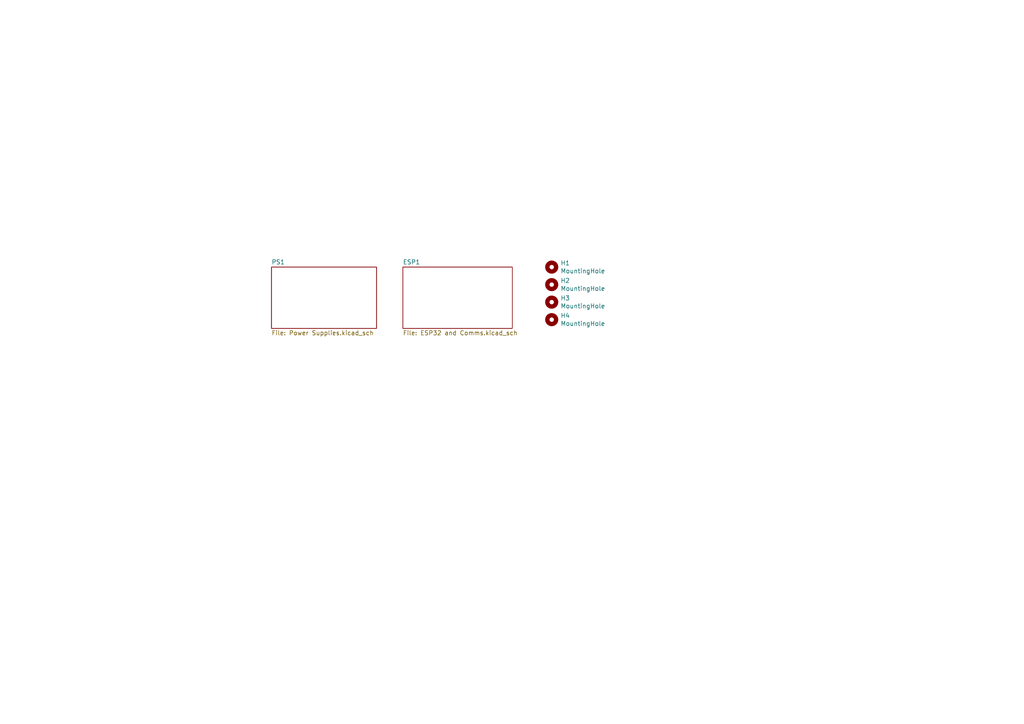
<source format=kicad_sch>
(kicad_sch (version 20211123) (generator eeschema)

  (uuid 12422a89-3d0c-485c-9386-f77121fd68fd)

  (paper "A4")

  (lib_symbols
    (symbol "Mechanical:MountingHole" (pin_names (offset 1.016)) (in_bom yes) (on_board yes)
      (property "Reference" "H" (id 0) (at 0 5.08 0)
        (effects (font (size 1.27 1.27)))
      )
      (property "Value" "MountingHole" (id 1) (at 0 3.175 0)
        (effects (font (size 1.27 1.27)))
      )
      (property "Footprint" "" (id 2) (at 0 0 0)
        (effects (font (size 1.27 1.27)) hide)
      )
      (property "Datasheet" "~" (id 3) (at 0 0 0)
        (effects (font (size 1.27 1.27)) hide)
      )
      (property "ki_keywords" "mounting hole" (id 4) (at 0 0 0)
        (effects (font (size 1.27 1.27)) hide)
      )
      (property "ki_description" "Mounting Hole without connection" (id 5) (at 0 0 0)
        (effects (font (size 1.27 1.27)) hide)
      )
      (property "ki_fp_filters" "MountingHole*" (id 6) (at 0 0 0)
        (effects (font (size 1.27 1.27)) hide)
      )
      (symbol "MountingHole_0_1"
        (circle (center 0 0) (radius 1.27)
          (stroke (width 1.27) (type default) (color 0 0 0 0))
          (fill (type none))
        )
      )
    )
  )


  (symbol (lib_id "Mechanical:MountingHole") (at 160.02 82.55 0) (unit 1)
    (in_bom yes) (on_board yes)
    (uuid 00000000-0000-0000-0000-00005f47a700)
    (property "Reference" "H2" (id 0) (at 162.56 81.3816 0)
      (effects (font (size 1.27 1.27)) (justify left))
    )
    (property "Value" "MountingHole" (id 1) (at 162.56 83.693 0)
      (effects (font (size 1.27 1.27)) (justify left))
    )
    (property "Footprint" "MountingHole:MountingHole_3.2mm_M3_Pad_Via" (id 2) (at 160.02 82.55 0)
      (effects (font (size 1.27 1.27)) hide)
    )
    (property "Datasheet" "~" (id 3) (at 160.02 82.55 0)
      (effects (font (size 1.27 1.27)) hide)
    )
  )

  (symbol (lib_id "Mechanical:MountingHole") (at 160.02 87.63 0) (unit 1)
    (in_bom yes) (on_board yes)
    (uuid 00000000-0000-0000-0000-00005f47afc5)
    (property "Reference" "H3" (id 0) (at 162.56 86.4616 0)
      (effects (font (size 1.27 1.27)) (justify left))
    )
    (property "Value" "MountingHole" (id 1) (at 162.56 88.773 0)
      (effects (font (size 1.27 1.27)) (justify left))
    )
    (property "Footprint" "MountingHole:MountingHole_3.2mm_M3_Pad_Via" (id 2) (at 160.02 87.63 0)
      (effects (font (size 1.27 1.27)) hide)
    )
    (property "Datasheet" "~" (id 3) (at 160.02 87.63 0)
      (effects (font (size 1.27 1.27)) hide)
    )
  )

  (symbol (lib_id "Mechanical:MountingHole") (at 160.02 92.71 0) (unit 1)
    (in_bom yes) (on_board yes)
    (uuid 00000000-0000-0000-0000-00005f47b160)
    (property "Reference" "H4" (id 0) (at 162.56 91.5416 0)
      (effects (font (size 1.27 1.27)) (justify left))
    )
    (property "Value" "MountingHole" (id 1) (at 162.56 93.853 0)
      (effects (font (size 1.27 1.27)) (justify left))
    )
    (property "Footprint" "MountingHole:MountingHole_3.2mm_M3_Pad_Via" (id 2) (at 160.02 92.71 0)
      (effects (font (size 1.27 1.27)) hide)
    )
    (property "Datasheet" "~" (id 3) (at 160.02 92.71 0)
      (effects (font (size 1.27 1.27)) hide)
    )
  )

  (symbol (lib_id "Mechanical:MountingHole") (at 160.02 77.47 0) (unit 1)
    (in_bom yes) (on_board yes)
    (uuid 00000000-0000-0000-0000-00005f48ff57)
    (property "Reference" "H1" (id 0) (at 162.56 76.3016 0)
      (effects (font (size 1.27 1.27)) (justify left))
    )
    (property "Value" "MountingHole" (id 1) (at 162.56 78.613 0)
      (effects (font (size 1.27 1.27)) (justify left))
    )
    (property "Footprint" "MountingHole:MountingHole_3.2mm_M3_Pad_Via" (id 2) (at 160.02 77.47 0)
      (effects (font (size 1.27 1.27)) hide)
    )
    (property "Datasheet" "~" (id 3) (at 160.02 77.47 0)
      (effects (font (size 1.27 1.27)) hide)
    )
  )

  (sheet (at 78.74 77.47) (size 30.48 17.78) (fields_autoplaced)
    (stroke (width 0) (type solid) (color 0 0 0 0))
    (fill (color 0 0 0 0.0000))
    (uuid 00000000-0000-0000-0000-00005f514f01)
    (property "Sheet name" "PS1" (id 0) (at 78.74 76.7584 0)
      (effects (font (size 1.27 1.27)) (justify left bottom))
    )
    (property "Sheet file" "Power Supplies.kicad_sch" (id 1) (at 78.74 95.8346 0)
      (effects (font (size 1.27 1.27)) (justify left top))
    )
  )

  (sheet (at 116.84 77.47) (size 31.75 17.78) (fields_autoplaced)
    (stroke (width 0) (type solid) (color 0 0 0 0))
    (fill (color 0 0 0 0.0000))
    (uuid 00000000-0000-0000-0000-00005f5150ca)
    (property "Sheet name" "ESP1" (id 0) (at 116.84 76.7584 0)
      (effects (font (size 1.27 1.27)) (justify left bottom))
    )
    (property "Sheet file" "ESP32 and Comms.kicad_sch" (id 1) (at 116.84 95.8346 0)
      (effects (font (size 1.27 1.27)) (justify left top))
    )
  )

  (sheet_instances
    (path "/" (page "1"))
    (path "/00000000-0000-0000-0000-00005f514f01" (page "2"))
    (path "/00000000-0000-0000-0000-00005f5150ca" (page "3"))
  )

  (symbol_instances
    (path "/00000000-0000-0000-0000-00005f514f01/00000000-0000-0000-0000-00005f44e4f7"
      (reference "#PWR01") (unit 1) (value "+9V") (footprint "")
    )
    (path "/00000000-0000-0000-0000-00005f5150ca/00000000-0000-0000-0000-00005fc250af"
      (reference "#PWR02") (unit 1) (value "GND") (footprint "")
    )
    (path "/00000000-0000-0000-0000-00005f514f01/00000000-0000-0000-0000-00005f44dd24"
      (reference "#PWR03") (unit 1) (value "GND") (footprint "")
    )
    (path "/00000000-0000-0000-0000-00005f5150ca/00000000-0000-0000-0000-00005fbb8031"
      (reference "#PWR04") (unit 1) (value "+3.3V") (footprint "")
    )
    (path "/00000000-0000-0000-0000-00005f5150ca/00000000-0000-0000-0000-00005fbe2c6d"
      (reference "#PWR05") (unit 1) (value "GND") (footprint "")
    )
    (path "/00000000-0000-0000-0000-00005f5150ca/00000000-0000-0000-0000-00005f4502aa"
      (reference "#PWR06") (unit 1) (value "GND") (footprint "")
    )
    (path "/00000000-0000-0000-0000-00005f5150ca/00000000-0000-0000-0000-00005fbb88b8"
      (reference "#PWR07") (unit 1) (value "+3.3V") (footprint "")
    )
    (path "/00000000-0000-0000-0000-00005f5150ca/00000000-0000-0000-0000-00005fbe3986"
      (reference "#PWR08") (unit 1) (value "GND") (footprint "")
    )
    (path "/00000000-0000-0000-0000-00005f514f01/00000000-0000-0000-0000-00005f6d8223"
      (reference "#PWR09") (unit 1) (value "+9V") (footprint "")
    )
    (path "/00000000-0000-0000-0000-00005f5150ca/00000000-0000-0000-0000-00005fc25908"
      (reference "#PWR010") (unit 1) (value "GND") (footprint "")
    )
    (path "/00000000-0000-0000-0000-00005f5150ca/00000000-0000-0000-0000-00005f8451bc"
      (reference "#PWR011") (unit 1) (value "GND") (footprint "")
    )
    (path "/00000000-0000-0000-0000-00005f5150ca/00000000-0000-0000-0000-00005f744ae7"
      (reference "#PWR012") (unit 1) (value "GND") (footprint "")
    )
    (path "/00000000-0000-0000-0000-00005f5150ca/00000000-0000-0000-0000-00005f5fee24"
      (reference "#PWR013") (unit 1) (value "+3.3V") (footprint "")
    )
    (path "/00000000-0000-0000-0000-00005f5150ca/00000000-0000-0000-0000-00005f705789"
      (reference "#PWR014") (unit 1) (value "GND") (footprint "")
    )
    (path "/00000000-0000-0000-0000-00005f5150ca/00000000-0000-0000-0000-00005f44d27d"
      (reference "#PWR015") (unit 1) (value "+3.3V") (footprint "")
    )
    (path "/00000000-0000-0000-0000-00005f5150ca/00000000-0000-0000-0000-00005f47002f"
      (reference "#PWR016") (unit 1) (value "+3.3V") (footprint "")
    )
    (path "/00000000-0000-0000-0000-00005f5150ca/00000000-0000-0000-0000-00005f474a88"
      (reference "#PWR017") (unit 1) (value "+3.3V") (footprint "")
    )
    (path "/00000000-0000-0000-0000-00005f5150ca/00000000-0000-0000-0000-00005f44db4c"
      (reference "#PWR018") (unit 1) (value "GND") (footprint "")
    )
    (path "/00000000-0000-0000-0000-00005f5150ca/00000000-0000-0000-0000-00005f470035"
      (reference "#PWR019") (unit 1) (value "GND") (footprint "")
    )
    (path "/00000000-0000-0000-0000-00005f5150ca/00000000-0000-0000-0000-00005f474a8e"
      (reference "#PWR020") (unit 1) (value "GND") (footprint "")
    )
    (path "/00000000-0000-0000-0000-00005f5150ca/00000000-0000-0000-0000-00005f4a26e5"
      (reference "#PWR021") (unit 1) (value "+3.3V") (footprint "")
    )
    (path "/00000000-0000-0000-0000-00005f5150ca/00000000-0000-0000-0000-00005f4a9b33"
      (reference "#PWR022") (unit 1) (value "+3.3V") (footprint "")
    )
    (path "/00000000-0000-0000-0000-00005f5150ca/00000000-0000-0000-0000-00005f4b2245"
      (reference "#PWR023") (unit 1) (value "+3.3V") (footprint "")
    )
    (path "/00000000-0000-0000-0000-00005f5150ca/00000000-0000-0000-0000-00005f4a26eb"
      (reference "#PWR024") (unit 1) (value "GND") (footprint "")
    )
    (path "/00000000-0000-0000-0000-00005f5150ca/00000000-0000-0000-0000-00005f4a9b39"
      (reference "#PWR025") (unit 1) (value "GND") (footprint "")
    )
    (path "/00000000-0000-0000-0000-00005f5150ca/00000000-0000-0000-0000-00005f4b224b"
      (reference "#PWR026") (unit 1) (value "GND") (footprint "")
    )
    (path "/00000000-0000-0000-0000-00005f514f01/00000000-0000-0000-0000-00005ff7941f"
      (reference "#PWR027") (unit 1) (value "GND") (footprint "")
    )
    (path "/00000000-0000-0000-0000-00005f514f01/00000000-0000-0000-0000-00005ff79160"
      (reference "#PWR028") (unit 1) (value "GND") (footprint "")
    )
    (path "/00000000-0000-0000-0000-00005f5150ca/00000000-0000-0000-0000-00005f9b90c6"
      (reference "#PWR029") (unit 1) (value "+5V") (footprint "")
    )
    (path "/00000000-0000-0000-0000-00005f514f01/00000000-0000-0000-0000-00005f762e45"
      (reference "#PWR030") (unit 1) (value "GND") (footprint "")
    )
    (path "/00000000-0000-0000-0000-00005f514f01/00000000-0000-0000-0000-00005f7636df"
      (reference "#PWR031") (unit 1) (value "GND") (footprint "")
    )
    (path "/00000000-0000-0000-0000-00005f514f01/00000000-0000-0000-0000-00005f6d9738"
      (reference "#PWR032") (unit 1) (value "GND") (footprint "")
    )
    (path "/00000000-0000-0000-0000-00005f514f01/00000000-0000-0000-0000-00005f6d90a5"
      (reference "#PWR033") (unit 1) (value "GND") (footprint "")
    )
    (path "/00000000-0000-0000-0000-00005f514f01/00000000-0000-0000-0000-00005f9326a0"
      (reference "#PWR034") (unit 1) (value "GND") (footprint "")
    )
    (path "/00000000-0000-0000-0000-00005f514f01/00000000-0000-0000-0000-00005f8ae2c8"
      (reference "#PWR035") (unit 1) (value "GND") (footprint "")
    )
    (path "/00000000-0000-0000-0000-00005f514f01/00000000-0000-0000-0000-00005f94bce1"
      (reference "#PWR036") (unit 1) (value "GND") (footprint "")
    )
    (path "/00000000-0000-0000-0000-00005f514f01/00000000-0000-0000-0000-00005f8ae83d"
      (reference "#PWR037") (unit 1) (value "GND") (footprint "")
    )
    (path "/00000000-0000-0000-0000-00005f514f01/00000000-0000-0000-0000-00005f9b7eb1"
      (reference "#PWR038") (unit 1) (value "+5V") (footprint "")
    )
    (path "/00000000-0000-0000-0000-00005f514f01/00000000-0000-0000-0000-00005f965535"
      (reference "#PWR039") (unit 1) (value "GND") (footprint "")
    )
    (path "/00000000-0000-0000-0000-00005f514f01/00000000-0000-0000-0000-00005f8aed34"
      (reference "#PWR041") (unit 1) (value "GND") (footprint "")
    )
    (path "/00000000-0000-0000-0000-00005f514f01/00000000-0000-0000-0000-00005fff838d"
      (reference "#PWR042") (unit 1) (value "GND") (footprint "")
    )
    (path "/00000000-0000-0000-0000-00005f5150ca/00000000-0000-0000-0000-00006017b5ce"
      (reference "#PWR0101") (unit 1) (value "+5V") (footprint "")
    )
    (path "/00000000-0000-0000-0000-00005f5150ca/00000000-0000-0000-0000-00006017c10b"
      (reference "#PWR0102") (unit 1) (value "+5V") (footprint "")
    )
    (path "/00000000-0000-0000-0000-00005f5150ca/00000000-0000-0000-0000-00006019af21"
      (reference "#PWR0103") (unit 1) (value "+5V") (footprint "")
    )
    (path "/00000000-0000-0000-0000-00005f5150ca/00000000-0000-0000-0000-0000601b9dc3"
      (reference "#PWR0104") (unit 1) (value "+5V") (footprint "")
    )
    (path "/00000000-0000-0000-0000-00005f5150ca/00000000-0000-0000-0000-0000601d8fba"
      (reference "#PWR0105") (unit 1) (value "+5V") (footprint "")
    )
    (path "/00000000-0000-0000-0000-00005f5150ca/00000000-0000-0000-0000-0000601f810c"
      (reference "#PWR0106") (unit 1) (value "+5V") (footprint "")
    )
    (path "/00000000-0000-0000-0000-00005f514f01/00000000-0000-0000-0000-00006027c944"
      (reference "#PWR0107") (unit 1) (value "+3.3V") (footprint "")
    )
    (path "/00000000-0000-0000-0000-00005f514f01/00000000-0000-0000-0000-00006031be51"
      (reference "#PWR0108") (unit 1) (value "GND") (footprint "")
    )
    (path "/00000000-0000-0000-0000-00005f514f01/00000000-0000-0000-0000-00006031c4e4"
      (reference "#PWR0109") (unit 1) (value "GND") (footprint "")
    )
    (path "/00000000-0000-0000-0000-00005f5150ca/00000000-0000-0000-0000-00005f74f937"
      (reference "#PWR0110") (unit 1) (value "+5V") (footprint "")
    )
    (path "/00000000-0000-0000-0000-00005f5150ca/00000000-0000-0000-0000-00005f74fe5c"
      (reference "#PWR0111") (unit 1) (value "GND") (footprint "")
    )
    (path "/00000000-0000-0000-0000-00005f5150ca/00000000-0000-0000-0000-00005f77a754"
      (reference "#PWR0112") (unit 1) (value "+3.3V") (footprint "")
    )
    (path "/00000000-0000-0000-0000-00005f5150ca/00000000-0000-0000-0000-00005f77af0a"
      (reference "#PWR0113") (unit 1) (value "+3.3V") (footprint "")
    )
    (path "/00000000-0000-0000-0000-00005f5150ca/00000000-0000-0000-0000-00005fa09fa9"
      (reference "#PWR0114") (unit 1) (value "GND") (footprint "")
    )
    (path "/00000000-0000-0000-0000-00005f5150ca/00000000-0000-0000-0000-00005fa0a285"
      (reference "#PWR0115") (unit 1) (value "+3.3V") (footprint "")
    )
    (path "/00000000-0000-0000-0000-00005f5150ca/00000000-0000-0000-0000-00005fa0aa8f"
      (reference "#PWR0116") (unit 1) (value "+5V") (footprint "")
    )
    (path "/00000000-0000-0000-0000-00005f5150ca/00000000-0000-0000-0000-00005fa6b731"
      (reference "#PWR0117") (unit 1) (value "+3.3V") (footprint "")
    )
    (path "/00000000-0000-0000-0000-00005f5150ca/00000000-0000-0000-0000-00005f7018cc"
      (reference "#PWR0118") (unit 1) (value "+3.3V") (footprint "")
    )
    (path "/00000000-0000-0000-0000-00005f5150ca/00000000-0000-0000-0000-00005f71b36b"
      (reference "#PWR0119") (unit 1) (value "+5V") (footprint "")
    )
    (path "/00000000-0000-0000-0000-00005f5150ca/00000000-0000-0000-0000-00005f74f010"
      (reference "#PWR0120") (unit 1) (value "GND") (footprint "")
    )
    (path "/00000000-0000-0000-0000-00005f5150ca/00000000-0000-0000-0000-00005fbb96a7"
      (reference "C1") (unit 1) (value "0.1 uF") (footprint "Capacitor_SMD:C_0603_1608Metric_Pad1.05x0.95mm_HandSolder")
    )
    (path "/00000000-0000-0000-0000-00005f5150ca/00000000-0000-0000-0000-00005fbb8db9"
      (reference "C2") (unit 1) (value "0.1 uF") (footprint "Capacitor_SMD:C_0603_1608Metric_Pad1.05x0.95mm_HandSolder")
    )
    (path "/00000000-0000-0000-0000-00005f5150ca/00000000-0000-0000-0000-00005f743ba5"
      (reference "C3") (unit 1) (value "0.1 uF") (footprint "Capacitor_SMD:C_0603_1608Metric_Pad1.05x0.95mm_HandSolder")
    )
    (path "/00000000-0000-0000-0000-00005f514f01/00000000-0000-0000-0000-00005fef7cd4"
      (reference "C4") (unit 1) (value "CP1") (footprint "Capacitor_THT:CP_Radial_D12.5mm_P5.00mm")
    )
    (path "/00000000-0000-0000-0000-00005f514f01/00000000-0000-0000-0000-00005fece0a1"
      (reference "C5") (unit 1) (value "CP1") (footprint "Capacitor_THT:CP_Radial_D12.5mm_P5.00mm")
    )
    (path "/00000000-0000-0000-0000-00005f514f01/00000000-0000-0000-0000-00005f749917"
      (reference "C6") (unit 1) (value "10 uF, 35V") (footprint "Capacitor_SMD:C_1206_3216Metric_Pad1.42x1.75mm_HandSolder")
    )
    (path "/00000000-0000-0000-0000-00005f514f01/00000000-0000-0000-0000-00005f748ce4"
      (reference "C7") (unit 1) (value "10 uF, 35V") (footprint "Capacitor_SMD:C_1206_3216Metric_Pad1.42x1.75mm_HandSolder")
    )
    (path "/00000000-0000-0000-0000-00005f514f01/00000000-0000-0000-0000-00005f74a0cf"
      (reference "C8") (unit 1) (value "22 uF") (footprint "Capacitor_SMD:C_1206_3216Metric_Pad1.42x1.75mm_HandSolder")
    )
    (path "/00000000-0000-0000-0000-00005f514f01/00000000-0000-0000-0000-00005f8494e4"
      (reference "C9") (unit 1) (value "22 uF") (footprint "Capacitor_SMD:C_1206_3216Metric_Pad1.42x1.75mm_HandSolder")
    )
    (path "/00000000-0000-0000-0000-00005f514f01/00000000-0000-0000-0000-00005f84a377"
      (reference "C10") (unit 1) (value "0.1 uF") (footprint "Capacitor_SMD:C_0603_1608Metric_Pad1.05x0.95mm_HandSolder")
    )
    (path "/00000000-0000-0000-0000-00005f514f01/00000000-0000-0000-0000-00005f894e06"
      (reference "C11") (unit 1) (value "0.1 uF") (footprint "Capacitor_SMD:C_0603_1608Metric_Pad1.05x0.95mm_HandSolder")
    )
    (path "/00000000-0000-0000-0000-00005f514f01/00000000-0000-0000-0000-00005f930b7a"
      (reference "C12") (unit 1) (value "22 uF") (footprint "Capacitor_SMD:C_1206_3216Metric_Pad1.42x1.75mm_HandSolder")
    )
    (path "/00000000-0000-0000-0000-00005f514f01/00000000-0000-0000-0000-00005f8faebc"
      (reference "C13") (unit 1) (value "22 uF") (footprint "Capacitor_SMD:C_1206_3216Metric_Pad1.42x1.75mm_HandSolder")
    )
    (path "/00000000-0000-0000-0000-00005f514f01/00000000-0000-0000-0000-00005fff7caf"
      (reference "C14") (unit 1) (value "CP1") (footprint "Capacitor_THT:CP_Radial_D12.5mm_P5.00mm")
    )
    (path "/00000000-0000-0000-0000-00005f514f01/00000000-0000-0000-0000-00006021b99c"
      (reference "C15") (unit 1) (value "CP1") (footprint "Capacitor_THT:CP_Radial_D8.0mm_P3.50mm")
    )
    (path "/00000000-0000-0000-0000-00005f514f01/00000000-0000-0000-0000-00006021c51a"
      (reference "C16") (unit 1) (value "CP1") (footprint "Capacitor_THT:CP_Radial_D8.0mm_P3.50mm")
    )
    (path "/00000000-0000-0000-0000-00005f48ff57"
      (reference "H1") (unit 1) (value "MountingHole") (footprint "MountingHole:MountingHole_3.2mm_M3_Pad_Via")
    )
    (path "/00000000-0000-0000-0000-00005f47a700"
      (reference "H2") (unit 1) (value "MountingHole") (footprint "MountingHole:MountingHole_3.2mm_M3_Pad_Via")
    )
    (path "/00000000-0000-0000-0000-00005f47afc5"
      (reference "H3") (unit 1) (value "MountingHole") (footprint "MountingHole:MountingHole_3.2mm_M3_Pad_Via")
    )
    (path "/00000000-0000-0000-0000-00005f47b160"
      (reference "H4") (unit 1) (value "MountingHole") (footprint "MountingHole:MountingHole_3.2mm_M3_Pad_Via")
    )
    (path "/00000000-0000-0000-0000-00005f514f01/00000000-0000-0000-0000-00005f44c5f0"
      (reference "J1") (unit 1) (value "Conn_02x05_Odd_Even") (footprint "Connector_IDC:IDC-Header_2x05_P2.54mm_Vertical")
    )
    (path "/00000000-0000-0000-0000-00005f5150ca/00000000-0000-0000-0000-00005f44b9cb"
      (reference "J2") (unit 1) (value "Conn_02x07_Odd_Even") (footprint "Connector_IDC:IDC-Header_2x07_P2.54mm_Vertical")
    )
    (path "/00000000-0000-0000-0000-00005f5150ca/00000000-0000-0000-0000-00005f470022"
      (reference "J3") (unit 1) (value "Conn_02x07_Odd_Even") (footprint "Connector_IDC:IDC-Header_2x07_P2.54mm_Vertical")
    )
    (path "/00000000-0000-0000-0000-00005f5150ca/00000000-0000-0000-0000-00005f474a7b"
      (reference "J4") (unit 1) (value "Conn_02x07_Odd_Even") (footprint "Connector_IDC:IDC-Header_2x07_P2.54mm_Vertical")
    )
    (path "/00000000-0000-0000-0000-00005f5150ca/00000000-0000-0000-0000-00005f4a26d8"
      (reference "J5") (unit 1) (value "Conn_02x07_Odd_Even") (footprint "Connector_IDC:IDC-Header_2x07_P2.54mm_Vertical")
    )
    (path "/00000000-0000-0000-0000-00005f5150ca/00000000-0000-0000-0000-00005f4a9b26"
      (reference "J6") (unit 1) (value "Conn_02x07_Odd_Even") (footprint "Connector_IDC:IDC-Header_2x07_P2.54mm_Vertical")
    )
    (path "/00000000-0000-0000-0000-00005f5150ca/00000000-0000-0000-0000-00005f4b2238"
      (reference "J7") (unit 1) (value "Conn_02x07_Odd_Even") (footprint "Connector_IDC:IDC-Header_2x07_P2.54mm_Vertical")
    )
    (path "/00000000-0000-0000-0000-00005f5150ca/00000000-0000-0000-0000-00005fa060fa"
      (reference "J8") (unit 1) (value "Conn_01x04") (footprint "Connector_PinHeader_2.54mm:PinHeader_1x04_P2.54mm_Vertical")
    )
    (path "/00000000-0000-0000-0000-00005f5150ca/00000000-0000-0000-0000-00005fa097f9"
      (reference "J9") (unit 1) (value "Conn_01x04") (footprint "Connector_PinHeader_2.54mm:PinHeader_1x04_P2.54mm_Vertical")
    )
    (path "/00000000-0000-0000-0000-00005f5150ca/00000000-0000-0000-0000-00005fa09c37"
      (reference "J10") (unit 1) (value "Conn_01x04") (footprint "Connector_PinHeader_2.54mm:PinHeader_1x04_P2.54mm_Vertical")
    )
    (path "/00000000-0000-0000-0000-00005f5150ca/00000000-0000-0000-0000-00005f6ced99"
      (reference "J11") (unit 1) (value "Conn_01x05") (footprint "Connector_PinHeader_2.54mm:PinHeader_1x05_P2.54mm_Vertical")
    )
    (path "/00000000-0000-0000-0000-00005f5150ca/00000000-0000-0000-0000-00005f7014eb"
      (reference "J12") (unit 1) (value "Conn_01x05") (footprint "Connector_PinHeader_2.54mm:PinHeader_1x05_P2.54mm_Vertical")
    )
    (path "/00000000-0000-0000-0000-00005f514f01/00000000-0000-0000-0000-00005ffdbf18"
      (reference "L1") (unit 1) (value "47 uH") (footprint "Inductor_SMD:L_Bourns-SRU8028_8.0x8.0mm")
    )
    (path "/00000000-0000-0000-0000-00005f514f01/00000000-0000-0000-0000-00005ffe2ca1"
      (reference "L2") (unit 1) (value "47 uH") (footprint "Inductor_SMD:L_Bourns-SRU8028_8.0x8.0mm")
    )
    (path "/00000000-0000-0000-0000-00005f514f01/00000000-0000-0000-0000-00005ffe25f6"
      (reference "L3") (unit 1) (value "47 uH") (footprint "Inductor_SMD:L_Bourns-SRU8028_8.0x8.0mm")
    )
    (path "/00000000-0000-0000-0000-00005f5150ca/00000000-0000-0000-0000-00005f6d7739"
      (reference "LCD?1") (unit 1) (value "0.96\"-SSD1306-DISP-I2C") (footprint "custom:12864-DISP-I2C")
    )
    (path "/00000000-0000-0000-0000-00005f5150ca/00000000-0000-0000-0000-00005f870115"
      (reference "R1") (unit 1) (value "10K") (footprint "Resistor_SMD:R_0603_1608Metric_Pad1.05x0.95mm_HandSolder")
    )
    (path "/00000000-0000-0000-0000-00005f5150ca/00000000-0000-0000-0000-00005fc0ca61"
      (reference "R2") (unit 1) (value "330R") (footprint "Resistor_SMD:R_0603_1608Metric_Pad1.05x0.95mm_HandSolder")
    )
    (path "/00000000-0000-0000-0000-00005f5150ca/00000000-0000-0000-0000-00005f4d4d1c"
      (reference "R3") (unit 1) (value "330R") (footprint "Resistor_SMD:R_0603_1608Metric_Pad1.05x0.95mm_HandSolder")
    )
    (path "/00000000-0000-0000-0000-00005f5150ca/00000000-0000-0000-0000-00005f7794f8"
      (reference "R4") (unit 1) (value "2.2K") (footprint "Resistor_SMD:R_0603_1608Metric_Pad1.05x0.95mm_HandSolder")
    )
    (path "/00000000-0000-0000-0000-00005f5150ca/00000000-0000-0000-0000-00005f77a342"
      (reference "R5") (unit 1) (value "2.2K") (footprint "Resistor_SMD:R_0603_1608Metric_Pad1.05x0.95mm_HandSolder")
    )
    (path "/00000000-0000-0000-0000-00005f5150ca/00000000-0000-0000-0000-00005fa6b226"
      (reference "R6") (unit 1) (value "10K") (footprint "Resistor_SMD:R_0603_1608Metric_Pad1.05x0.95mm_HandSolder")
    )
    (path "/00000000-0000-0000-0000-00005f5150ca/00000000-0000-0000-0000-00005f92a0f1"
      (reference "U1") (unit 1) (value "4072") (footprint "Package_SO:SOIC-14_3.9x8.7mm_P1.27mm")
    )
    (path "/00000000-0000-0000-0000-00005f5150ca/00000000-0000-0000-0000-00005f927b5f"
      (reference "U1") (unit 2) (value "4072") (footprint "Package_SO:SOIC-14_3.9x8.7mm_P1.27mm")
    )
    (path "/00000000-0000-0000-0000-00005f5150ca/00000000-0000-0000-0000-00005f928d84"
      (reference "U1") (unit 3) (value "4072") (footprint "Package_SO:SOIC-14_3.9x8.7mm_P1.27mm")
    )
    (path "/00000000-0000-0000-0000-00005f5150ca/00000000-0000-0000-0000-00005f44b491"
      (reference "U2") (unit 1) (value "ESP32-POE Module") (footprint "Energy Monitor - ESP32 PCB:ESP32-POE")
    )
    (path "/00000000-0000-0000-0000-00005f5150ca/00000000-0000-0000-0000-00005f923c73"
      (reference "U3") (unit 1) (value "4072") (footprint "Package_SO:SOIC-14_3.9x8.7mm_P1.27mm")
    )
    (path "/00000000-0000-0000-0000-00005f5150ca/00000000-0000-0000-0000-00005f92a92d"
      (reference "U3") (unit 2) (value "4072") (footprint "Package_SO:SOIC-14_3.9x8.7mm_P1.27mm")
    )
    (path "/00000000-0000-0000-0000-00005f5150ca/00000000-0000-0000-0000-00005f92b087"
      (reference "U3") (unit 3) (value "4072") (footprint "Package_SO:SOIC-14_3.9x8.7mm_P1.27mm")
    )
    (path "/00000000-0000-0000-0000-00005f5150ca/00000000-0000-0000-0000-00005f4cf5b0"
      (reference "U4") (unit 1) (value "4072") (footprint "Package_SO:SOIC-24W_7.5x15.4mm_P1.27mm")
    )
    (path "/00000000-0000-0000-0000-00005f514f01/00000000-0000-0000-0000-00005f6b5222"
      (reference "U5") (unit 1) (value "VXO7805-500-M") (footprint "custom:VXO78x-500-M")
    )
    (path "/00000000-0000-0000-0000-00005f514f01/00000000-0000-0000-0000-00005f6d7b84"
      (reference "U6") (unit 1) (value "VXO7803-500-M") (footprint "custom:VXO78x-500-M")
    )
  )
)

</source>
